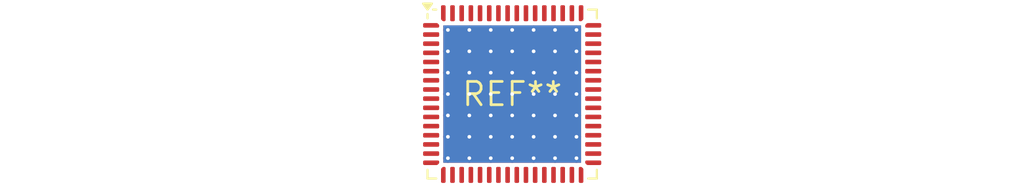
<source format=kicad_pcb>
(kicad_pcb (version 20240108) (generator pcbnew)
  (layers (0 "F.Cu" signal) (31 "B.Cu" signal) (34 "B.Paste" user) (35 "F.Paste" user) (36 "B.SilkS" user "B.Silkscreen") (37 "F.SilkS" user "F.Silkscreen") (38 "B.Mask" user) (39 "F.Mask" user) (44 "Edge.Cuts" user))
  (net 0 "")
  (footprint "QFN-64-1EP_9x9mm_P0.5mm_EP7.5x7.5mm_ThermalVias" (layer "F.Cu") (at 0 0)
    (property "Reference" "REF**")
    (property "Value" "QFN-64-1EP_9x9mm_P0.5mm_EP7.5x7.5mm_ThermalVias")
    (fp_line (start -4.61 -4.135) (end -4.61 -4.37) (layer "F.SilkS") (stroke (width 0.12)))
    (fp_line (start -4.61 4.61) (end -4.61 4.135) (layer "F.SilkS") (stroke (width 0.12)))
    (fp_line (start -4.135 -4.61) (end -4.31 -4.61) (layer "F.SilkS") (stroke (width 0.12)))
    (fp_line (start -4.135 4.61) (end -4.61 4.61) (layer "F.SilkS") (stroke (width 0.12)))
    (fp_line (start 4.135 -4.61) (end 4.61 -4.61) (layer "F.SilkS") (stroke (width 0.12)))
    (fp_line (start 4.135 4.61) (end 4.61 4.61) (layer "F.SilkS") (stroke (width 0.12)))
    (fp_line (start 4.61 -4.61) (end 4.61 -4.135) (layer "F.SilkS") (stroke (width 0.12)))
    (fp_line (start 4.61 4.61) (end 4.61 4.135) (layer "F.SilkS") (stroke (width 0.12)))
    (fp_poly (pts (xy -4.61 -4.61) (xy -4.85 -4.94) (xy -4.37 -4.94) (xy -4.61 -4.61)) (layer "F.SilkS") (stroke (width 0.12)) (fill solid))
    (pad "1" smd custom (at -4.4125 -3.75) (size 0.179289 0.179289) (layers "F.Cu" "F.Paste" "F.Mask") (options (clearance outline) (anchor circle)) (primitives (gr_poly (pts (xy -0.375 -0.0625) (xy 0.311612 -0.0625) (xy 0.375 0.000888) (xy 0.375 0.0625) (xy -0.375 0.0625)) (width 0.125) (fill yes))))
    (pad "2" smd roundrect (at -4.4125 -3.25) (size 0.875 0.25) (layers "F.Cu" "F.Paste" "F.Mask"))
    (pad "3" smd roundrect (at -4.4125 -2.75) (size 0.875 0.25) (layers "F.Cu" "F.Paste" "F.Mask"))
    (pad "4" smd roundrect (at -4.4125 -2.25) (size 0.875 0.25) (layers "F.Cu" "F.Paste" "F.Mask"))
    (pad "5" smd roundrect (at -4.4125 -1.75) (size 0.875 0.25) (layers "F.Cu" "F.Paste" "F.Mask"))
    (pad "6" smd roundrect (at -4.4125 -1.25) (size 0.875 0.25) (layers "F.Cu" "F.Paste" "F.Mask"))
    (pad "7" smd roundrect (at -4.4125 -0.75) (size 0.875 0.25) (layers "F.Cu" "F.Paste" "F.Mask"))
    (pad "8" smd roundrect (at -4.4125 -0.25) (size 0.875 0.25) (layers "F.Cu" "F.Paste" "F.Mask"))
    (pad "9" smd roundrect (at -4.4125 0.25) (size 0.875 0.25) (layers "F.Cu" "F.Paste" "F.Mask"))
    (pad "10" smd roundrect (at -4.4125 0.75) (size 0.875 0.25) (layers "F.Cu" "F.Paste" "F.Mask"))
    (pad "11" smd roundrect (at -4.4125 1.25) (size 0.875 0.25) (layers "F.Cu" "F.Paste" "F.Mask"))
    (pad "12" smd roundrect (at -4.4125 1.75) (size 0.875 0.25) (layers "F.Cu" "F.Paste" "F.Mask"))
    (pad "13" smd roundrect (at -4.4125 2.25) (size 0.875 0.25) (layers "F.Cu" "F.Paste" "F.Mask"))
    (pad "14" smd roundrect (at -4.4125 2.75) (size 0.875 0.25) (layers "F.Cu" "F.Paste" "F.Mask"))
    (pad "15" smd roundrect (at -4.4125 3.25) (size 0.875 0.25) (layers "F.Cu" "F.Paste" "F.Mask"))
    (pad "16" smd custom (at -4.4125 3.75) (size 0.179289 0.179289) (layers "F.Cu" "F.Paste" "F.Mask") (options (clearance outline) (anchor circle)) (primitives (gr_poly (pts (xy -0.375 -0.0625) (xy 0.375 -0.0625) (xy 0.375 -0.000888) (xy 0.311612 0.0625) (xy -0.375 0.0625)) (width 0.125) (fill yes))))
    (pad "17" smd custom (at -3.75 4.4125) (size 0.179289 0.179289) (layers "F.Cu" "F.Paste" "F.Mask") (options (clearance outline) (anchor circle)) (primitives (gr_poly (pts (xy -0.0625 -0.311612) (xy 0.000888 -0.375) (xy 0.0625 -0.375) (xy 0.0625 0.375) (xy -0.0625 0.375)) (width 0.125) (fill yes))))
    (pad "18" smd roundrect (at -3.25 4.4125) (size 0.25 0.875) (layers "F.Cu" "F.Paste" "F.Mask"))
    (pad "19" smd roundrect (at -2.75 4.4125) (size 0.25 0.875) (layers "F.Cu" "F.Paste" "F.Mask"))
    (pad "20" smd roundrect (at -2.25 4.4125) (size 0.25 0.875) (layers "F.Cu" "F.Paste" "F.Mask"))
    (pad "21" smd roundrect (at -1.75 4.4125) (size 0.25 0.875) (layers "F.Cu" "F.Paste" "F.Mask"))
    (pad "22" smd roundrect (at -1.25 4.4125) (size 0.25 0.875) (layers "F.Cu" "F.Paste" "F.Mask"))
    (pad "23" smd roundrect (at -0.75 4.4125) (size 0.25 0.875) (layers "F.Cu" "F.Paste" "F.Mask"))
    (pad "24" smd roundrect (at -0.25 4.4125) (size 0.25 0.875) (layers "F.Cu" "F.Paste" "F.Mask"))
    (pad "25" smd roundrect (at 0.25 4.4125) (size 0.25 0.875) (layers "F.Cu" "F.Paste" "F.Mask"))
    (pad "26" smd roundrect (at 0.75 4.4125) (size 0.25 0.875) (layers "F.Cu" "F.Paste" "F.Mask"))
    (pad "27" smd roundrect (at 1.25 4.4125) (size 0.25 0.875) (layers "F.Cu" "F.Paste" "F.Mask"))
    (pad "28" smd roundrect (at 1.75 4.4125) (size 0.25 0.875) (layers "F.Cu" "F.Paste" "F.Mask"))
    (pad "29" smd roundrect (at 2.25 4.4125) (size 0.25 0.875) (layers "F.Cu" "F.Paste" "F.Mask"))
    (pad "30" smd roundrect (at 2.75 4.4125) (size 0.25 0.875) (layers "F.Cu" "F.Paste" "F.Mask"))
    (pad "31" smd roundrect (at 3.25 4.4125) (size 0.25 0.875) (layers "F.Cu" "F.Paste" "F.Mask"))
    (pad "32" smd custom (at 3.75 4.4125) (size 0.179289 0.179289) (layers "F.Cu" "F.Paste" "F.Mask") (options (clearance outline) (anchor circle)) (primitives (gr_poly (pts (xy -0.0625 -0.375) (xy -0.000888 -0.375) (xy 0.0625 -0.311612) (xy 0.0625 0.375) (xy -0.0625 0.375)) (width 0.125) (fill yes))))
    (pad "33" smd custom (at 4.4125 3.75) (size 0.179289 0.179289) (layers "F.Cu" "F.Paste" "F.Mask") (options (clearance outline) (anchor circle)) (primitives (gr_poly (pts (xy -0.375 -0.0625) (xy 0.375 -0.0625) (xy 0.375 0.0625) (xy -0.311612 0.0625) (xy -0.375 -0.000888)) (width 0.125) (fill yes))))
    (pad "34" smd roundrect (at 4.4125 3.25) (size 0.875 0.25) (layers "F.Cu" "F.Paste" "F.Mask"))
    (pad "35" smd roundrect (at 4.4125 2.75) (size 0.875 0.25) (layers "F.Cu" "F.Paste" "F.Mask"))
    (pad "36" smd roundrect (at 4.4125 2.25) (size 0.875 0.25) (layers "F.Cu" "F.Paste" "F.Mask"))
    (pad "37" smd roundrect (at 4.4125 1.75) (size 0.875 0.25) (layers "F.Cu" "F.Paste" "F.Mask"))
    (pad "38" smd roundrect (at 4.4125 1.25) (size 0.875 0.25) (layers "F.Cu" "F.Paste" "F.Mask"))
    (pad "39" smd roundrect (at 4.4125 0.75) (size 0.875 0.25) (layers "F.Cu" "F.Paste" "F.Mask"))
    (pad "40" smd roundrect (at 4.4125 0.25) (size 0.875 0.25) (layers "F.Cu" "F.Paste" "F.Mask"))
    (pad "41" smd roundrect (at 4.4125 -0.25) (size 0.875 0.25) (layers "F.Cu" "F.Paste" "F.Mask"))
    (pad "42" smd roundrect (at 4.4125 -0.75) (size 0.875 0.25) (layers "F.Cu" "F.Paste" "F.Mask"))
    (pad "43" smd roundrect (at 4.4125 -1.25) (size 0.875 0.25) (layers "F.Cu" "F.Paste" "F.Mask"))
    (pad "44" smd roundrect (at 4.4125 -1.75) (size 0.875 0.25) (layers "F.Cu" "F.Paste" "F.Mask"))
    (pad "45" smd roundrect (at 4.4125 -2.25) (size 0.875 0.25) (layers "F.Cu" "F.Paste" "F.Mask"))
    (pad "46" smd roundrect (at 4.4125 -2.75) (size 0.875 0.25) (layers "F.Cu" "F.Paste" "F.Mask"))
    (pad "47" smd roundrect (at 4.4125 -3.25) (size 0.875 0.25) (layers "F.Cu" "F.Paste" "F.Mask"))
    (pad "48" smd custom (at 4.4125 -3.75) (size 0.179289 0.179289) (layers "F.Cu" "F.Paste" "F.Mask") (options (clearance outline) (anchor circle)) (primitives (gr_poly (pts (xy -0.375 0.000888) (xy -0.311612 -0.0625) (xy 0.375 -0.0625) (xy 0.375 0.0625) (xy -0.375 0.0625)) (width 0.125) (fill yes))))
    (pad "49" smd custom (at 3.75 -4.4125) (size 0.179289 0.179289) (layers "F.Cu" "F.Paste" "F.Mask") (options (clearance outline) (anchor circle)) (primitives (gr_poly (pts (xy -0.0625 -0.375) (xy 0.0625 -0.375) (xy 0.0625 0.311612) (xy -0.000888 0.375) (xy -0.0625 0.375)) (width 0.125) (fill yes))))
    (pad "50" smd roundrect (at 3.25 -4.4125) (size 0.25 0.875) (layers "F.Cu" "F.Paste" "F.Mask"))
    (pad "51" smd roundrect (at 2.75 -4.4125) (size 0.25 0.875) (layers "F.Cu" "F.Paste" "F.Mask"))
    (pad "52" smd roundrect (at 2.25 -4.4125) (size 0.25 0.875) (layers "F.Cu" "F.Paste" "F.Mask"))
    (pad "53" smd roundrect (at 1.75 -4.4125) (size 0.25 0.875) (layers "F.Cu" "F.Paste" "F.Mask"))
    (pad "54" smd roundrect (at 1.25 -4.4125) (size 0.25 0.875) (layers "F.Cu" "F.Paste" "F.Mask"))
    (pad "55" smd roundrect (at 0.75 -4.4125) (size 0.25 0.875) (layers "F.Cu" "F.Paste" "F.Mask"))
    (pad "56" smd roundrect (at 0.25 -4.4125) (size 0.25 0.875) (layers "F.Cu" "F.Paste" "F.Mask"))
    (pad "57" smd roundrect (at -0.25 -4.4125) (size 0.25 0.875) (layers "F.Cu" "F.Paste" "F.Mask"))
    (pad "58" smd roundrect (at -0.75 -4.4125) (size 0.25 0.875) (layers "F.Cu" "F.Paste" "F.Mask"))
    (pad "59" smd roundrect (at -1.25 -4.4125) (size 0.25 0.875) (layers "F.Cu" "F.Paste" "F.Mask"))
    (pad "60" smd roundrect (at -1.75 -4.4125) (size 0.25 0.875) (layers "F.Cu" "F.Paste" "F.Mask"))
    (pad "61" smd roundrect (at -2.25 -4.4125) (size 0.25 0.875) (layers "F.Cu" "F.Paste" "F.Mask"))
    (pad "62" smd roundrect (at -2.75 -4.4125) (size 0.25 0.875) (layers "F.Cu" "F.Paste" "F.Mask"))
    (pad "63" smd roundrect (at -3.25 -4.4125) (size 0.25 0.875) (layers "F.Cu" "F.Paste" "F.Mask"))
    (pad "64" smd custom (at -3.75 -4.4125) (size 0.179289 0.179289) (layers "F.Cu" "F.Paste" "F.Mask") (options (clearance outline) (anchor circle)) (primitives (gr_poly (pts (xy -0.0625 -0.375) (xy 0.0625 -0.375) (xy 0.0625 0.375) (xy 0.000888 0.375) (xy -0.0625 0.311612)) (width 0.125) (fill yes))))
    (pad "65" thru_hole circle (at -3.5 -3.5) (size 0.5 0.5) (drill 0.2) (property pad_prop_heatsink) (layers *.Cu) (remove_unused_layers))
    (pad "65" thru_hole circle (at -3.5 -2.333333) (size 0.5 0.5) (drill 0.2) (property pad_prop_heatsink) (layers *.Cu) (remove_unused_layers))
    (pad "65" thru_hole circle (at -3.5 -1.166667) (size 0.5 0.5) (drill 0.2) (property pad_prop_heatsink) (layers *.Cu) (remove_unused_layers))
    (pad "65" thru_hole circle (at -3.5 0) (size 0.5 0.5) (drill 0.2) (property pad_prop_heatsink) (layers *.Cu) (remove_unused_layers))
    (pad "65" thru_hole circle (at -3.5 1.166667) (size 0.5 0.5) (drill 0.2) (property pad_prop_heatsink) (layers *.Cu) (remove_unused_layers))
    (pad "65" thru_hole circle (at -3.5 2.333333) (size 0.5 0.5) (drill 0.2) (property pad_prop_heatsink) (layers *.Cu) (remove_unused_layers))
    (pad "65" thru_hole circle (at -3.5 3.5) (size 0.5 0.5) (drill 0.2) (property pad_prop_heatsink) (layers *.Cu) (remove_unused_layers))
    (pad "65" thru_hole circle (at -2.333333 -3.5) (size 0.5 0.5) (drill 0.2) (property pad_prop_heatsink) (layers *.Cu) (remove_unused_layers))
    (pad "65" thru_hole circle (at -2.333333 -2.333333) (size 0.5 0.5) (drill 0.2) (property pad_prop_heatsink) (layers *.Cu) (remove_unused_layers))
    (pad "65" thru_hole circle (at -2.333333 -1.166667) (size 0.5 0.5) (drill 0.2) (property pad_prop_heatsink) (layers *.Cu) (remove_unused_layers))
    (pad "65" thru_hole circle (at -2.333333 0) (size 0.5 0.5) (drill 0.2) (property pad_prop_heatsink) (layers *.Cu) (remove_unused_layers))
    (pad "65" thru_hole circle (at -2.333333 1.166667) (size 0.5 0.5) (drill 0.2) (property pad_prop_heatsink) (layers *.Cu) (remove_unused_layers))
    (pad "65" thru_hole circle (at -2.333333 2.333333) (size 0.5 0.5) (drill 0.2) (property pad_prop_heatsink) (layers *.Cu) (remove_unused_layers))
    (pad "65" thru_hole circle (at -2.333333 3.5) (size 0.5 0.5) (drill 0.2) (property pad_prop_heatsink) (layers *.Cu) (remove_unused_layers))
    (pad "65" thru_hole circle (at -1.166667 -3.5) (size 0.5 0.5) (drill 0.2) (property pad_prop_heatsink) (layers *.Cu) (remove_unused_layers))
    (pad "65" thru_hole circle (at -1.166667 -2.333333) (size 0.5 0.5) (drill 0.2) (property pad_prop_heatsink) (layers *.Cu) (remove_unused_layers))
    (pad "65" thru_hole circle (at -1.166667 -1.166667) (size 0.5 0.5) (drill 0.2) (property pad_prop_heatsink) (layers *.Cu) (remove_unused_layers))
    (pad "65" thru_hole circle (at -1.166667 0) (size 0.5 0.5) (drill 0.2) (property pad_prop_heatsink) (layers *.Cu) (remove_unused_layers))
    (pad "65" thru_hole circle (at -1.166667 1.166667) (size 0.5 0.5) (drill 0.2) (property pad_prop_heatsink) (layers *.Cu) (remove_unused_layers))
    (pad "65" thru_hole circle (at -1.166667 2.333333) (size 0.5 0.5) (drill 0.2) (property pad_prop_heatsink) (layers *.Cu) (remove_unused_layers))
    (pad "65" thru_hole circle (at -1.166667 3.5) (size 0.5 0.5) (drill 0.2) (property pad_prop_heatsink) (layers *.Cu) (remove_unused_layers))
    (pad "65" thru_hole circle (at 0 -3.5) (size 0.5 0.5) (drill 0.2) (property pad_prop_heatsink) (layers *.Cu) (remove_unused_layers))
    (pad "65" thru_hole circle (at 0 -2.333333) (size 0.5 0.5) (drill 0.2) (property pad_prop_heatsink) (layers *.Cu) (remove_unused_layers))
    (pad "65" thru_hole circle (at 0 -1.166667) (size 0.5 0.5) (drill 0.2) (property pad_prop_heatsink) (layers *.Cu) (remove_unused_layers))
    (pad "65" thru_hole circle (at 0 0) (size 0.5 0.5) (drill 0.2) (property pad_prop_heatsink) (layers *.Cu) (remove_unused_layers))
    (pad "65" smd rect (at 0 0) (size 7.5 7.5) (property pad_prop_heatsink) (layers "F.Cu" "F.Mask"))
    (pad "65" smd rect (at 0 0) (size 7.5 7.5) (property pad_prop_heatsink) (layers "B.Cu"))
    (pad "65" thru_hole circle (at 0 1.166667) (size 0.5 0.5) (drill 0.2) (property pad_prop_heatsink) (layers *.Cu) (remove_unused_layers))
    (pad "65" thru_hole circle (at 0 2.333333) (size 0.5 0.5) (drill 0.2) (property pad_prop_heatsink) (layers *.Cu) (remove_unused_layers))
    (pad "65" thru_hole circle (at 0 3.5) (size 0.5 0.5) (drill 0.2) (property pad_prop_heatsink) (layers *.Cu) (remove_unused_layers))
    (pad "65" thru_hole circle (at 1.166667 -3.5) (size 0.5 0.5) (drill 0.2) (property pad_prop_heatsink) (layers *.Cu) (remove_unused_layers))
    (pad "65" thru_hole circle (at 1.166667 -2.333333) (size 0.5 0.5) (drill 0.2) (property pad_prop_heatsink) (layers *.Cu) (remove_unused_layers))
    (pad "65" thru_hole circle (at 1.166667 -1.166667) (size 0.5 0.5) (drill 0.2) (property pad_prop_heatsink) (layers *.Cu) (remove_unused_layers))
    (pad "65" thru_hole circle (at 1.166667 0) (size 0.5 0.5) (drill 0.2) (property pad_prop_heatsink) (layers *.Cu) (remove_unused_layers))
    (pad "65" thru_hole circle (at 1.166667 1.166667) (size 0.5 0.5) (drill 0.2) (property pad_prop_heatsink) (layers *.Cu) (remove_unused_layers))
    (pad "65" thru_hole circle (at 1.166667 2.333333) (size 0.5 0.5) (drill 0.2) (property pad_prop_heatsink) (layers *.Cu) (remove_unused_layers))
    (pad "65" thru_hole circle (at 1.166667 3.5) (size 0.5 0.5) (drill 0.2) (property pad_prop_heatsink) (layers *.Cu) (remove_unused_layers))
    (pad "65" thru_hole circle (at 2.333333 -3.5) (size 0.5 0.5) (drill 0.2) (property pad_prop_heatsink) (layers *.Cu) (remove_unused_layers))
    (pad "65" thru_hole circle (at 2.333333 -2.333333) (size 0.5 0.5) (drill 0.2) (property pad_prop_heatsink) (layers *.Cu) (remove_unused_layers))
    (pad "65" thru_hole circle (at 2.333333 -1.166667) (size 0.5 0.5) (drill 0.2) (property pad_prop_heatsink) (layers *.Cu) (remove_unused_layers))
    (pad "65" thru_hole circle (at 2.333333 0) (size 0.5 0.5) (drill 0.2) (property pad_prop_heatsink) (layers *.Cu) (remove_unused_layers))
    (pad "65" thru_hole circle (at 2.333333 1.166667) (size 0.5 0.5) (drill 0.2) (property pad_prop_heatsink) (layers *.Cu) (remove_unused_layers))
    (pad "65" thru_hole circle (at 2.333333 2.333333) (size 0.5 0.5) (drill 0.2) (property pad_prop_heatsink) (layers *.Cu) (remove_unused_layers))
    (pad "65" thru_hole circle (at 2.333333 3.5) (size 0.5 0.5) (drill 0.2) (property pad_prop_heatsink) (layers *.Cu) (remove_unused_layers))
    (pad "65" thru_hole circle (at 3.5 -3.5) (size 0.5 0.5) (drill 0.2) (property pad_prop_heatsink) (layers *.Cu) (remove_unused_layers))
    (pad "65" thru_hole circle (at 3.5 -2.333333) (size 0.5 0.5) (drill 0.2) (property pad_prop_heatsink) (layers *.Cu) (remove_unused_layers))
    (pad "65" thru_hole circle (at 3.5 -1.166667) (size 0.5 0.5) (drill 0.2) (property pad_prop_heatsink) (layers *.Cu) (remove_unused_layers))
    (pad "65" thru_hole circle (at 3.5 0) (size 0.5 0.5) (drill 0.2) (property pad_prop_heatsink) (layers *.Cu) (remove_unused_layers))
    (pad "65" thru_hole circle (at 3.5 1.166667) (size 0.5 0.5) (drill 0.2) (property pad_prop_heatsink) (layers *.Cu) (remove_unused_layers))
    (pad "65" thru_hole circle (at 3.5 2.333333) (size 0.5 0.5) (drill 0.2) (property pad_prop_heatsink) (layers *.Cu) (remove_unused_layers))
    (pad "65" thru_hole circle (at 3.5 3.5) (size 0.5 0.5) (drill 0.2) (property pad_prop_heatsink) (layers *.Cu) (remove_unused_layers))
  )
)
</source>
